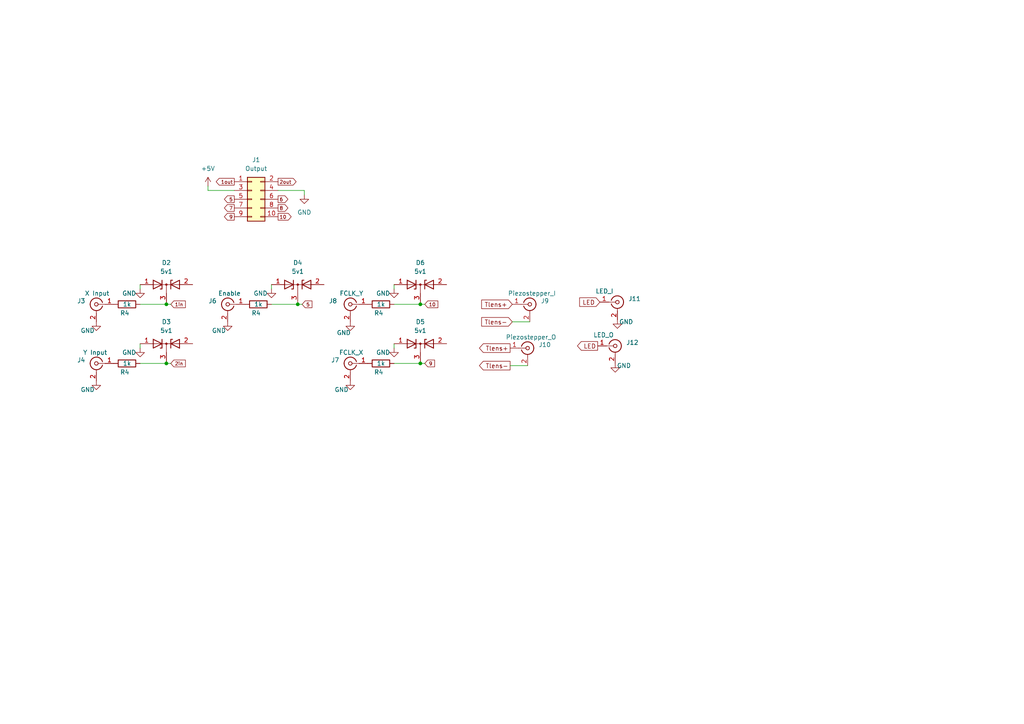
<source format=kicad_sch>
(kicad_sch (version 20230121) (generator eeschema)
  (paper "A4")
  (lib_symbols
    (symbol "Connector:Conn_Coaxial" (pin_names (offset 1.016) hide)
      (property "Reference" "J" (at 0.254 3.048 0))
      (property "Value" "Conn_Coaxial" (at 2.921 0 90))
      (symbol "Conn_Coaxial_0_1"
        (arc (start -1.778 -0.508) (mid 0.2311 -1.8066) (end 1.778 0) (stroke (width 0.254)))
        (polyline (pts (xy -2.54 0) (xy -0.508 0)))
        (polyline (pts (xy 0 -2.54) (xy 0 -1.778)))
        (circle (center 0 0) (radius 0.508) (stroke (width 0.2032)))
        (arc (start 1.778 0) (mid 0.2099 1.8101) (end -1.778 0.508) (stroke (width 0.254)))
      )
      (symbol "Conn_Coaxial_1_1"
        (pin passive line (at -5.08 0 0) (length 2.54) (name "In") (number "1"))
        (pin passive line (at 0 -5.08 90) (length 2.54) (name "Ext") (number "2"))
      )
    )
    (symbol "Connector_Generic:Conn_02x05_Odd_Even" (pin_names (offset 1.016) hide)
      (property "Reference" "J" (at 1.27 7.62 0))
      (property "Value" "Conn_02x05_Odd_Even" (at 1.27 -7.62 0))
      (symbol "Conn_02x05_Odd_Even_1_1"
        (rectangle (start -1.27 -4.953) (end 0 -5.207) (stroke (width 0.1524)))
        (rectangle (start -1.27 -2.413) (end 0 -2.667) (stroke (width 0.1524)))
        (rectangle (start -1.27 0.127) (end 0 -0.127) (stroke (width 0.1524)))
        (rectangle (start -1.27 2.667) (end 0 2.413) (stroke (width 0.1524)))
        (rectangle (start -1.27 5.207) (end 0 4.953) (stroke (width 0.1524)))
        (rectangle (start -1.27 6.35) (end 3.81 -6.35) (stroke (width 0.254)) (fill (type background)))
        (rectangle (start 3.81 -4.953) (end 2.54 -5.207) (stroke (width 0.1524)))
        (rectangle (start 3.81 -2.413) (end 2.54 -2.667) (stroke (width 0.1524)))
        (rectangle (start 3.81 0.127) (end 2.54 -0.127) (stroke (width 0.1524)))
        (rectangle (start 3.81 2.667) (end 2.54 2.413) (stroke (width 0.1524)))
        (rectangle (start 3.81 5.207) (end 2.54 4.953) (stroke (width 0.1524)))
        (pin passive line (at -5.08 5.08 0) (length 3.81) (name "Pin_1") (number "1"))
        (pin passive line (at 7.62 -5.08 180) (length 3.81) (name "Pin_10") (number "10"))
        (pin passive line (at 7.62 5.08 180) (length 3.81) (name "Pin_2") (number "2"))
        (pin passive line (at -5.08 2.54 0) (length 3.81) (name "Pin_3") (number "3"))
        (pin passive line (at 7.62 2.54 180) (length 3.81) (name "Pin_4") (number "4"))
        (pin passive line (at -5.08 0 0) (length 3.81) (name "Pin_5") (number "5"))
        (pin passive line (at 7.62 0 180) (length 3.81) (name "Pin_6") (number "6"))
        (pin passive line (at -5.08 -2.54 0) (length 3.81) (name "Pin_7") (number "7"))
        (pin passive line (at 7.62 -2.54 180) (length 3.81) (name "Pin_8") (number "8"))
        (pin passive line (at -5.08 -5.08 0) (length 3.81) (name "Pin_9") (number "9"))
      )
    )
    (symbol "Device:D_Zener_Dual_CommonCathode_AAK" (pin_names (offset 0.762) hide)
      (property "Reference" "D" (at 1.27 -2.54 0))
      (property "Value" "D_Zener_Dual_CommonCathode_AAK" (at 0 2.54 0))
      (symbol "D_Zener_Dual_CommonCathode_AAK_0_1"
        (polyline (pts (xy -3.81 0) (xy 3.81 0)))
        (polyline (pts (xy 0 0) (xy 0 -2.54)))
        (polyline (pts (xy -1.27 1.27) (xy -1.27 -1.27) (xy -1.778 -1.27)) (stroke (width 0.254)))
        (polyline (pts (xy 1.27 -1.27) (xy 1.27 1.27) (xy 1.778 1.27)) (stroke (width 0.254)))
        (polyline (pts (xy -3.81 1.27) (xy -1.27 0) (xy -3.81 -1.27) (xy -3.81 1.27) (xy -3.81 1.27) (xy -3.81 1.27)) (stroke (width 0.254)))
        (polyline (pts (xy 3.81 -1.27) (xy 1.27 0) (xy 3.81 1.27) (xy 3.81 -1.27) (xy 3.81 -1.27) (xy 3.81 -1.27)) (stroke (width 0.254)))
        (circle (center 0 0) (radius 0.254) (fill (type outline)))
        (pin passive line (at -7.62 0 0) (length 3.81) (name "A") (number "1"))
        (pin passive line (at 7.62 0 180) (length 3.81) (name "A") (number "2"))
        (pin passive line (at 0 -5.08 90) (length 2.54) (name "K") (number "3"))
      )
    )
    (symbol "Device:R" (pin_numbers hide) (pin_names (offset 0))
      (property "Reference" "R" (at 2.032 0 90))
      (property "Value" "R" (at 0 0 90))
      (symbol "R_0_1"
        (rectangle (start -1.016 -2.54) (end 1.016 2.54) (stroke (width 0.254)))
      )
      (symbol "R_1_1"
        (pin passive line (at 0 3.81 270) (length 1.27) (name "~") (number "1"))
        (pin passive line (at 0 -3.81 90) (length 1.27) (name "~") (number "2"))
      )
    )
    (symbol "power:+5V" (power) (pin_names (offset 0))
      (property "Value" "+5V" (at 0 3.556 0))
      (symbol "+5V_0_1"
        (polyline (pts (xy -0.762 1.27) (xy 0 2.54)))
        (polyline (pts (xy 0 0) (xy 0 2.54)))
        (polyline (pts (xy 0 2.54) (xy 0.762 1.27)))
      )
      (symbol "+5V_1_1"
        (pin power_in line (at 0 0 90) (length 0) hide (name "+5V") (number "1"))
      )
    )
    (symbol "power:GND" (power) (pin_names (offset 0))
      (property "Value" "GND" (at 0 -3.81 0))
      (symbol "GND_0_1"
        (polyline (pts (xy 0 0) (xy 0 -1.27) (xy 1.27 -1.27) (xy 0 -2.54) (xy -1.27 -1.27) (xy 0 -1.27)))
      )
      (symbol "GND_1_1"
        (pin power_in line (at 0 0 270) (length 0) hide (name "GND") (number "1"))
      )
    )
  )
  (junction (at 48.26 105.41))
  (junction (at 86.36 88.265))
  (junction (at 121.92 88.265))
  (junction (at 48.26 88.265))
  (junction (at 121.92 105.41))
  (wire (pts (xy 121.92 87.63) (xy 121.92 88.265)))
  (wire (pts (xy 40.64 105.41) (xy 48.26 105.41)))
  (wire (pts (xy 148.59 93.345) (xy 153.67 93.345)))
  (wire (pts (xy 147.955 106.045) (xy 153.035 106.045)))
  (wire (pts (xy 78.74 88.265) (xy 86.36 88.265)))
  (wire (pts (xy 48.26 87.63) (xy 48.26 88.265)))
  (wire (pts (xy 48.26 105.41) (xy 49.53 105.41)))
  (wire (pts (xy 86.36 88.265) (xy 87.63 88.265)))
  (wire (pts (xy 114.3 99.695) (xy 114.3 100.965)))
  (wire (pts (xy 86.36 87.63) (xy 86.36 88.265)))
  (wire (pts (xy 40.64 82.55) (xy 40.64 83.82)))
  (wire (pts (xy 114.3 88.265) (xy 121.92 88.265)))
  (wire (pts (xy 121.92 88.265) (xy 123.19 88.265)))
  (wire (pts (xy 114.3 82.55) (xy 114.3 83.82)))
  (wire (pts (xy 60.325 53.975) (xy 60.325 55.245)))
  (wire (pts (xy 40.64 99.695) (xy 40.64 100.965)))
  (wire (pts (xy 78.74 82.55) (xy 78.74 83.82)))
  (wire (pts (xy 121.92 104.775) (xy 121.92 105.41)))
  (wire (pts (xy 48.26 104.775) (xy 48.26 105.41)))
  (wire (pts (xy 80.645 55.245) (xy 88.265 55.245)))
  (wire (pts (xy 60.325 55.245) (xy 67.945 55.245)))
  (wire (pts (xy 121.92 105.41) (xy 123.19 105.41)))
  (wire (pts (xy 48.26 88.265) (xy 49.53 88.265)))
  (wire (pts (xy 40.64 88.265) (xy 48.26 88.265)))
  (wire (pts (xy 114.3 105.41) (xy 121.92 105.41)))
  (wire (pts (xy 88.265 55.245) (xy 88.265 56.515)))
  (global_label "Tlens-" (shape input) (at 148.59 93.345 180) (property "Intersheetrefs" "${INTERSHEET_REFS}" (effects hide)))
  (global_label "9" (shape output) (at 67.945 62.865 180) (effects (font (size 1 1))) (property "Intersheetrefs" "${INTERSHEET_REFS}" (effects hide)))
  (global_label "2in" (shape input) (at 49.53 105.41 0) (effects (font (size 1 1))) (property "Intersheetrefs" "${INTERSHEET_REFS}" (effects hide)))
  (global_label "2out" (shape output) (at 80.645 52.705 0) (effects (font (size 1 1))) (property "Intersheetrefs" "${INTERSHEET_REFS}" (effects hide)))
  (global_label "LED" (shape input) (at 173.99 87.63 180) (property "Intersheetrefs" "${INTERSHEET_REFS}" (effects hide)))
  (global_label "5" (shape input) (at 87.63 88.265 0) (effects (font (size 1 1))) (property "Intersheetrefs" "${INTERSHEET_REFS}" (effects hide)))
  (global_label "LED" (shape output) (at 173.355 100.33 180) (property "Intersheetrefs" "${INTERSHEET_REFS}" (effects hide)))
  (global_label "7" (shape output) (at 67.945 60.325 180) (effects (font (size 1 1))) (property "Intersheetrefs" "${INTERSHEET_REFS}" (effects hide)))
  (global_label "10" (shape output) (at 80.645 62.865 0) (effects (font (size 1 1))) (property "Intersheetrefs" "${INTERSHEET_REFS}" (effects hide)))
  (global_label "1in" (shape input) (at 49.53 88.265 0) (effects (font (size 1 1))) (property "Intersheetrefs" "${INTERSHEET_REFS}" (effects hide)))
  (global_label "6" (shape output) (at 80.645 57.785 0) (effects (font (size 1 1))) (property "Intersheetrefs" "${INTERSHEET_REFS}" (effects hide)))
  (global_label "1out" (shape output) (at 67.945 52.705 180) (effects (font (size 1 1))) (property "Intersheetrefs" "${INTERSHEET_REFS}" (effects hide)))
  (global_label "9" (shape input) (at 123.19 105.41 0) (effects (font (size 1 1))) (property "Intersheetrefs" "${INTERSHEET_REFS}" (effects hide)))
  (global_label "5" (shape output) (at 67.945 57.785 180) (effects (font (size 1 1))) (property "Intersheetrefs" "${INTERSHEET_REFS}" (effects hide)))
  (global_label "10" (shape input) (at 123.19 88.265 0) (effects (font (size 1 1))) (property "Intersheetrefs" "${INTERSHEET_REFS}" (effects hide)))
  (global_label "Tlens+" (shape output) (at 147.955 100.965 180) (property "Intersheetrefs" "${INTERSHEET_REFS}" (effects hide)))
  (global_label "Tlens-" (shape output) (at 147.955 106.045 180) (property "Intersheetrefs" "${INTERSHEET_REFS}" (effects hide)))
  (global_label "Tlens+" (shape input) (at 148.59 88.265 180) (property "Intersheetrefs" "${INTERSHEET_REFS}" (effects hide)))
  (global_label "8" (shape output) (at 80.645 60.325 0) (effects (font (size 1 1))) (property "Intersheetrefs" "${INTERSHEET_REFS}" (effects hide)))
  (symbol (lib_id "Device:R") (at 110.49 105.41 90) (unit 1)
    (property "Reference" "R4" (at 109.855 107.95 90))
    (property "Value" "1k" (at 110.49 105.41 90))
    (property "Footprint" "Resistor_SMD:R_0805_2012Metric_Pad1.20x1.40mm_HandSolder" (effects hide))
    (instances (project "MEMS Filter V2.0" (path "" (reference "R4") (unit 1)) (path "" (reference "R75") (unit 1))))
  )
  (symbol (lib_id "power:+5V") (at 60.325 53.975 0) (unit 1)
    (property "Reference" "#PWR01" (effects hide))
    (property "Value" "+5V" (at 60.325 48.895 0))
  )
  (symbol (lib_id "power:GND") (at 78.74 83.82 0) (unit 1)
    (property "Reference" "#PWR02" (effects hide))
    (property "Value" "GND" (at 75.565 85.09 0))
    (instances (project "MEMS Filter V2.0" (path "" (reference "#PWR02") (unit 1)) (path "" (reference "#PWR063") (unit 1))))
  )
  (symbol (lib_id "power:GND") (at 114.3 83.82 0) (unit 1)
    (property "Reference" "#PWR02" (effects hide))
    (property "Value" "GND" (at 111.125 85.09 0))
    (instances (project "MEMS Filter V2.0" (path "" (reference "#PWR02") (unit 1)) (path "" (reference "#PWR065") (unit 1))))
  )
  (symbol (lib_id "Connector_Generic:Conn_02x05_Odd_Even") (at 73.025 57.785 0) (unit 1)
    (property "Reference" "J1" (at 74.295 46.355 0))
    (property "Value" "Output" (at 74.295 48.895 0))
    (property "Footprint" "Connector_PinHeader_1.27mm:PinHeader_2x05_P1.27mm_Vertical" (effects hide))
  )
  (symbol (lib_id "Connector:Conn_Coaxial") (at 179.07 87.63 0) (unit 1)
    (property "Reference" "J11" (at 182.245 86.6532 0) (effects (justify left)))
    (property "Value" "LED_I" (at 172.72 84.455 0) (effects (justify left)))
    (property "Footprint" "Connector_Coaxial:BNC_Amphenol_031-5539_Vertical" (effects hide))
    (property "Datasheet" " ~" (effects hide))
  )
  (symbol (lib_id "power:GND") (at 88.265 56.515 0) (unit 1)
    (property "Reference" "#PWR02" (effects hide))
    (property "Value" "GND" (at 88.265 61.595 0))
  )
  (symbol (lib_id "Connector:Conn_Coaxial") (at 101.6 105.41 0) (mirror y) (unit 1)
    (property "Reference" "J7" (at 98.425 104.4332 0) (effects (justify left)))
    (property "Value" "FCLK_X" (at 105.41 102.235 0) (effects (justify left)))
    (property "Footprint" "Connector_Coaxial:BNC_Amphenol_031-5539_Vertical" (effects hide))
    (property "Datasheet" " ~" (effects hide))
  )
  (symbol (lib_id "Connector:Conn_Coaxial") (at 27.94 105.41 0) (mirror y) (unit 1)
    (property "Reference" "J4" (at 24.765 104.4332 0) (effects (justify left)))
    (property "Value" "Y Input" (at 31.115 102.235 0) (effects (justify left)))
    (property "Footprint" "Connector_Coaxial:BNC_Amphenol_031-5539_Vertical" (effects hide))
    (property "Datasheet" " ~" (effects hide))
  )
  (symbol (lib_id "power:GND") (at 101.6 93.345 0) (mirror y) (unit 1)
    (property "Reference" "#PWR04" (effects hide))
    (property "Value" "GND" (at 99.695 96.52 0))
    (instances (project "MEMS Filter V2.0" (path "" (reference "#PWR04") (unit 1)) (path "" (reference "#PWR040") (unit 1))))
  )
  (symbol (lib_id "power:GND") (at 66.04 93.345 0) (mirror y) (unit 1)
    (property "Reference" "#PWR04" (effects hide))
    (property "Value" "GND" (at 63.5 95.885 0))
    (instances (project "MEMS Filter V2.0" (path "" (reference "#PWR04") (unit 1)) (path "" (reference "#PWR038") (unit 1))))
  )
  (symbol (lib_id "power:GND") (at 101.6 110.49 0) (mirror y) (unit 1)
    (property "Reference" "#PWR04" (effects hide))
    (property "Value" "GND" (at 99.06 113.03 0))
    (instances (project "MEMS Filter V2.0" (path "" (reference "#PWR04") (unit 1)) (path "" (reference "#PWR039") (unit 1))))
  )
  (symbol (lib_id "Connector:Conn_Coaxial") (at 27.94 88.265 0) (mirror y) (unit 1)
    (property "Reference" "J3" (at 24.765 87.2882 0) (effects (justify left)))
    (property "Value" "X Input" (at 31.75 85.09 0) (effects (justify left)))
    (property "Footprint" "Connector_Coaxial:BNC_Amphenol_031-5539_Vertical" (effects hide))
    (property "Datasheet" " ~" (effects hide))
  )
  (symbol (lib_id "Device:D_Zener_Dual_CommonCathode_AAK") (at 121.92 82.55 0) (unit 1)
    (property "Reference" "D6" (at 121.92 76.2 0))
    (property "Value" "5v1" (at 121.92 78.74 0))
    (property "Footprint" "Package_TO_SOT_SMD:SOT-23" (effects hide))
    (property "Datasheet" "  (symbol \"Device:D_Zener_Dual_CommonCathode_AAK\" (pin_names (offset 0.762) hide) (in_bom yes) (on_board yes)" (effects hide))
  )
  (symbol (lib_id "power:GND") (at 179.07 92.71 0) (unit 1)
    (property "Reference" "#PWR04" (effects hide))
    (property "Value" "GND" (at 181.61 93.345 0))
    (instances (project "MEMS Filter V2.0" (path "" (reference "#PWR04") (unit 1)) (path "" (reference "#PWR041") (unit 1))))
  )
  (symbol (lib_id "Device:R") (at 110.49 88.265 90) (unit 1)
    (property "Reference" "R4" (at 109.855 90.805 90))
    (property "Value" "1k" (at 110.49 88.265 90))
    (property "Footprint" "Resistor_SMD:R_0805_2012Metric_Pad1.20x1.40mm_HandSolder" (effects hide))
    (instances (project "MEMS Filter V2.0" (path "" (reference "R4") (unit 1)) (path "" (reference "R76") (unit 1))))
  )
  (symbol (lib_id "power:GND") (at 40.64 83.82 0) (unit 1)
    (property "Reference" "#PWR02" (effects hide))
    (property "Value" "GND" (at 37.465 85.09 0))
    (instances (project "MEMS Filter V2.0" (path "" (reference "#PWR02") (unit 1)) (path "" (reference "#PWR061") (unit 1))))
  )
  (symbol (lib_id "Connector:Conn_Coaxial") (at 101.6 88.265 0) (mirror y) (unit 1)
    (property "Reference" "J8" (at 97.79 87.2882 0) (effects (justify left)))
    (property "Value" "FCLK_Y" (at 105.41 85.09 0) (effects (justify left)))
    (property "Footprint" "Connector_Coaxial:BNC_Amphenol_031-5539_Vertical" (effects hide))
    (property "Datasheet" " ~" (effects hide))
  )
  (symbol (lib_id "Device:R") (at 36.83 88.265 90) (unit 1)
    (property "Reference" "R4" (at 36.195 90.805 90))
    (property "Value" "1k" (at 36.83 88.265 90))
    (property "Footprint" "Resistor_SMD:R_0805_2012Metric_Pad1.20x1.40mm_HandSolder" (effects hide))
    (instances (project "MEMS Filter V2.0" (path "" (reference "R4") (unit 1)) (path "" (reference "R72") (unit 1))))
  )
  (symbol (lib_id "Device:D_Zener_Dual_CommonCathode_AAK") (at 121.92 99.695 0) (unit 1)
    (property "Reference" "D5" (at 121.92 93.345 0))
    (property "Value" "5v1" (at 121.92 95.885 0))
    (property "Footprint" "Package_TO_SOT_SMD:SOT-23" (effects hide))
    (property "Datasheet" "  (symbol \"Device:D_Zener_Dual_CommonCathode_AAK\" (pin_names (offset 0.762) hide) (in_bom yes) (on_board yes)" (effects hide))
  )
  (symbol (lib_id "Connector:Conn_Coaxial") (at 178.435 100.33 0) (unit 1)
    (property "Reference" "J12" (at 181.61 99.3532 0) (effects (justify left)))
    (property "Value" "LED_O" (at 172.085 97.155 0) (effects (justify left)))
    (property "Footprint" "Connector_Coaxial:BNC_Amphenol_031-5539_Vertical" (effects hide))
    (property "Datasheet" " ~" (effects hide))
  )
  (symbol (lib_id "Device:D_Zener_Dual_CommonCathode_AAK") (at 48.26 82.55 0) (unit 1)
    (property "Reference" "D2" (at 48.26 76.2 0))
    (property "Value" "5v1" (at 48.26 78.74 0))
    (property "Footprint" "Package_TO_SOT_SMD:SOT-23" (effects hide))
    (property "Datasheet" "  (symbol \"Device:D_Zener_Dual_CommonCathode_AAK\" (pin_names (offset 0.762) hide) (in_bom yes) (on_board yes)" (effects hide))
  )
  (symbol (lib_id "Device:R") (at 74.93 88.265 90) (unit 1)
    (property "Reference" "R4" (at 74.295 90.805 90))
    (property "Value" "1k" (at 74.93 88.265 90))
    (property "Footprint" "Resistor_SMD:R_0805_2012Metric_Pad1.20x1.40mm_HandSolder" (effects hide))
    (instances (project "MEMS Filter V2.0" (path "" (reference "R4") (unit 1)) (path "" (reference "R74") (unit 1))))
  )
  (symbol (lib_id "power:GND") (at 178.435 105.41 0) (unit 1)
    (property "Reference" "#PWR04" (effects hide))
    (property "Value" "GND" (at 180.975 106.045 0))
    (instances (project "MEMS Filter V2.0" (path "" (reference "#PWR04") (unit 1)) (path "" (reference "#PWR042") (unit 1))))
  )
  (symbol (lib_id "power:GND") (at 40.64 100.965 0) (unit 1)
    (property "Reference" "#PWR02" (effects hide))
    (property "Value" "GND" (at 37.465 102.235 0))
    (instances (project "MEMS Filter V2.0" (path "" (reference "#PWR02") (unit 1)) (path "" (reference "#PWR062") (unit 1))))
  )
  (symbol (lib_id "power:GND") (at 114.3 100.965 0) (unit 1)
    (property "Reference" "#PWR02" (effects hide))
    (property "Value" "GND" (at 111.125 102.235 0))
    (instances (project "MEMS Filter V2.0" (path "" (reference "#PWR02") (unit 1)) (path "" (reference "#PWR064") (unit 1))))
  )
  (symbol (lib_id "Connector:Conn_Coaxial") (at 153.67 88.265 0) (unit 1)
    (property "Reference" "J9" (at 156.845 87.2882 0) (effects (justify left)))
    (property "Value" "Piezostepper_I" (at 147.32 85.09 0) (effects (justify left)))
    (property "Footprint" "Connector_Coaxial:BNC_Amphenol_031-5539_Vertical" (effects hide))
    (property "Datasheet" " ~" (effects hide))
  )
  (symbol (lib_id "Device:R") (at 36.83 105.41 90) (unit 1)
    (property "Reference" "R4" (at 36.195 107.95 90))
    (property "Value" "1k" (at 36.83 105.41 90))
    (property "Footprint" "Resistor_SMD:R_0805_2012Metric_Pad1.20x1.40mm_HandSolder" (effects hide))
    (instances (project "MEMS Filter V2.0" (path "" (reference "R4") (unit 1)) (path "" (reference "R73") (unit 1))))
  )
  (symbol (lib_id "Connector:Conn_Coaxial") (at 66.04 88.265 0) (mirror y) (unit 1)
    (property "Reference" "J6" (at 62.865 87.2882 0) (effects (justify left)))
    (property "Value" "Enable" (at 69.85 85.09 0) (effects (justify left)))
    (property "Footprint" "Connector_Coaxial:BNC_Amphenol_031-5539_Vertical" (effects hide))
    (property "Datasheet" " ~" (effects hide))
  )
  (symbol (lib_id "power:GND") (at 27.94 110.49 0) (mirror y) (unit 1)
    (property "Reference" "#PWR02" (effects hide))
    (property "Value" "GND" (at 25.4 113.03 0))
    (instances (project "MEMS Filter V2.0" (path "" (reference "#PWR02") (unit 1)) (path "" (reference "#PWR035") (unit 1))))
  )
  (symbol (lib_id "Connector:Conn_Coaxial") (at 153.035 100.965 0) (unit 1)
    (property "Reference" "J10" (at 156.21 99.9882 0) (effects (justify left)))
    (property "Value" "Piezostepper_O" (at 146.685 97.79 0) (effects (justify left)))
    (property "Footprint" "Connector_Coaxial:BNC_Amphenol_031-5539_Vertical" (effects hide))
    (property "Datasheet" " ~" (effects hide))
  )
  (symbol (lib_id "Device:D_Zener_Dual_CommonCathode_AAK") (at 48.26 99.695 0) (unit 1)
    (property "Reference" "D3" (at 48.26 93.345 0))
    (property "Value" "5v1" (at 48.26 95.885 0))
    (property "Footprint" "Package_TO_SOT_SMD:SOT-23" (effects hide))
    (property "Datasheet" "  (symbol \"Device:D_Zener_Dual_CommonCathode_AAK\" (pin_names (offset 0.762) hide) (in_bom yes) (on_board yes)" (effects hide))
  )
  (symbol (lib_id "Device:D_Zener_Dual_CommonCathode_AAK") (at 86.36 82.55 0) (unit 1)
    (property "Reference" "D4" (at 86.36 76.2 0))
    (property "Value" "5v1" (at 86.36 78.74 0))
    (property "Footprint" "Package_TO_SOT_SMD:SOT-23" (effects hide))
    (property "Datasheet" "  (symbol \"Device:D_Zener_Dual_CommonCathode_AAK\" (pin_names (offset 0.762) hide) (in_bom yes) (on_board yes)" (effects hide))
  )
  (symbol (lib_id "power:GND") (at 27.94 93.345 0) (mirror y) (unit 1)
    (property "Reference" "#PWR02" (effects hide))
    (property "Value" "GND" (at 25.4 95.885 0))
    (instances (project "MEMS Filter V2.0" (path "" (reference "#PWR02") (unit 1)) (path "" (reference "#PWR034") (unit 1))))
  )
)
</source>
